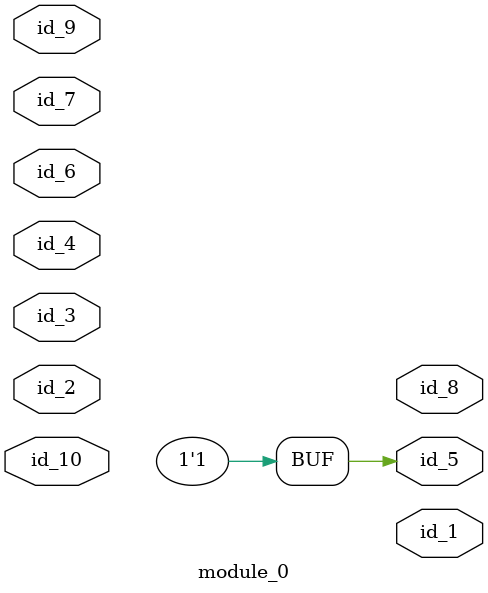
<source format=v>
module module_0 (
    id_1,
    id_2,
    id_3,
    id_4,
    id_5,
    id_6,
    id_7,
    id_8,
    id_9,
    id_10
);
  input id_10;
  input id_9;
  output id_8;
  inout id_7;
  inout id_6;
  output id_5;
  inout id_4;
  inout id_3;
  input id_2;
  output id_1;
  assign id_5 = 1;
  assign id_5 = 1;
endmodule

</source>
